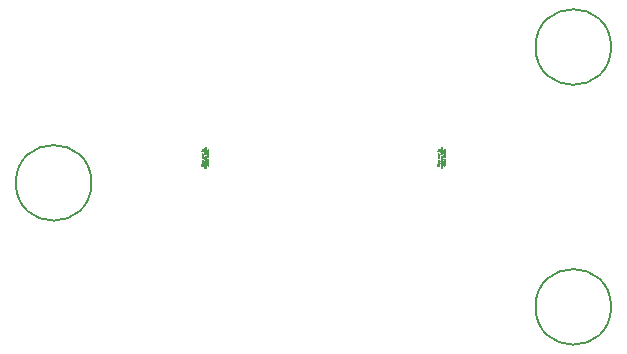
<source format=gbr>
G04 #@! TF.GenerationSoftware,KiCad,Pcbnew,6.0.9-8da3e8f707~116~ubuntu20.04.1*
G04 #@! TF.CreationDate,2023-05-05T17:22:20+00:00*
G04 #@! TF.ProjectId,LEC009002,4c454330-3039-4303-9032-2e6b69636164,rev?*
G04 #@! TF.SameCoordinates,Original*
G04 #@! TF.FileFunction,Other,Comment*
%FSLAX46Y46*%
G04 Gerber Fmt 4.6, Leading zero omitted, Abs format (unit mm)*
G04 Created by KiCad (PCBNEW 6.0.9-8da3e8f707~116~ubuntu20.04.1) date 2023-05-05 17:22:20*
%MOMM*%
%LPD*%
G01*
G04 APERTURE LIST*
%ADD10C,0.020000*%
%ADD11C,0.150000*%
G04 APERTURE END LIST*
D10*
G04 #@! TO.C,RV1*
X83476357Y-35600000D02*
X83626357Y-35564285D01*
X83519214Y-35535714D01*
X83626357Y-35507142D01*
X83476357Y-35471428D01*
X83626357Y-35414285D02*
X83526357Y-35414285D01*
X83476357Y-35414285D02*
X83483500Y-35421428D01*
X83490642Y-35414285D01*
X83483500Y-35407142D01*
X83476357Y-35414285D01*
X83490642Y-35414285D01*
X83526357Y-35342857D02*
X83676357Y-35342857D01*
X83533500Y-35342857D02*
X83526357Y-35328571D01*
X83526357Y-35300000D01*
X83533500Y-35285714D01*
X83540642Y-35278571D01*
X83554928Y-35271428D01*
X83597785Y-35271428D01*
X83612071Y-35278571D01*
X83619214Y-35285714D01*
X83626357Y-35300000D01*
X83626357Y-35328571D01*
X83619214Y-35342857D01*
X83619214Y-35150000D02*
X83626357Y-35164285D01*
X83626357Y-35192857D01*
X83619214Y-35207142D01*
X83604928Y-35214285D01*
X83547785Y-35214285D01*
X83533500Y-35207142D01*
X83526357Y-35192857D01*
X83526357Y-35164285D01*
X83533500Y-35150000D01*
X83547785Y-35142857D01*
X83562071Y-35142857D01*
X83576357Y-35214285D01*
X83626357Y-35078571D02*
X83526357Y-35078571D01*
X83554928Y-35078571D02*
X83540642Y-35071428D01*
X83533500Y-35064285D01*
X83526357Y-35050000D01*
X83526357Y-35035714D01*
X83626357Y-34871428D02*
X83526357Y-34871428D01*
X83540642Y-34871428D02*
X83533500Y-34864285D01*
X83526357Y-34850000D01*
X83526357Y-34828571D01*
X83533500Y-34814285D01*
X83547785Y-34807142D01*
X83626357Y-34807142D01*
X83547785Y-34807142D02*
X83533500Y-34800000D01*
X83526357Y-34785714D01*
X83526357Y-34764285D01*
X83533500Y-34750000D01*
X83547785Y-34742857D01*
X83626357Y-34742857D01*
X83626357Y-34607142D02*
X83547785Y-34607142D01*
X83533500Y-34614285D01*
X83526357Y-34628571D01*
X83526357Y-34657142D01*
X83533500Y-34671428D01*
X83619214Y-34607142D02*
X83626357Y-34621428D01*
X83626357Y-34657142D01*
X83619214Y-34671428D01*
X83604928Y-34678571D01*
X83590642Y-34678571D01*
X83576357Y-34671428D01*
X83569214Y-34657142D01*
X83569214Y-34621428D01*
X83562071Y-34607142D01*
X83526357Y-34550000D02*
X83626357Y-34514285D01*
X83526357Y-34478571D02*
X83626357Y-34514285D01*
X83662071Y-34528571D01*
X83669214Y-34535714D01*
X83676357Y-34550000D01*
X83626357Y-34307142D02*
X83476357Y-34307142D01*
X83533500Y-34307142D02*
X83526357Y-34292857D01*
X83526357Y-34264285D01*
X83533500Y-34250000D01*
X83540642Y-34242857D01*
X83554928Y-34235714D01*
X83597785Y-34235714D01*
X83612071Y-34242857D01*
X83619214Y-34250000D01*
X83626357Y-34264285D01*
X83626357Y-34292857D01*
X83619214Y-34307142D01*
X83619214Y-34114285D02*
X83626357Y-34128571D01*
X83626357Y-34157142D01*
X83619214Y-34171428D01*
X83604928Y-34178571D01*
X83547785Y-34178571D01*
X83533500Y-34171428D01*
X83526357Y-34157142D01*
X83526357Y-34128571D01*
X83533500Y-34114285D01*
X83547785Y-34107142D01*
X83562071Y-34107142D01*
X83576357Y-34178571D01*
X83867857Y-35650000D02*
X83789285Y-35650000D01*
X83775000Y-35657142D01*
X83767857Y-35671428D01*
X83767857Y-35700000D01*
X83775000Y-35714285D01*
X83860714Y-35650000D02*
X83867857Y-35664285D01*
X83867857Y-35700000D01*
X83860714Y-35714285D01*
X83846428Y-35721428D01*
X83832142Y-35721428D01*
X83817857Y-35714285D01*
X83810714Y-35700000D01*
X83810714Y-35664285D01*
X83803571Y-35650000D01*
X83767857Y-35578571D02*
X83867857Y-35578571D01*
X83782142Y-35578571D02*
X83775000Y-35571428D01*
X83767857Y-35557142D01*
X83767857Y-35535714D01*
X83775000Y-35521428D01*
X83789285Y-35514285D01*
X83867857Y-35514285D01*
X83767857Y-35457142D02*
X83867857Y-35421428D01*
X83767857Y-35385714D02*
X83867857Y-35421428D01*
X83903571Y-35435714D01*
X83910714Y-35442857D01*
X83917857Y-35457142D01*
X83767857Y-35342857D02*
X83867857Y-35314285D01*
X83796428Y-35285714D01*
X83867857Y-35257142D01*
X83767857Y-35228571D01*
X83867857Y-35171428D02*
X83717857Y-35171428D01*
X83867857Y-35107142D02*
X83789285Y-35107142D01*
X83775000Y-35114285D01*
X83767857Y-35128571D01*
X83767857Y-35150000D01*
X83775000Y-35164285D01*
X83782142Y-35171428D01*
X83860714Y-34978571D02*
X83867857Y-34992857D01*
X83867857Y-35021428D01*
X83860714Y-35035714D01*
X83846428Y-35042857D01*
X83789285Y-35042857D01*
X83775000Y-35035714D01*
X83767857Y-35021428D01*
X83767857Y-34992857D01*
X83775000Y-34978571D01*
X83789285Y-34971428D01*
X83803571Y-34971428D01*
X83817857Y-35042857D01*
X83867857Y-34907142D02*
X83767857Y-34907142D01*
X83796428Y-34907142D02*
X83782142Y-34900000D01*
X83775000Y-34892857D01*
X83767857Y-34878571D01*
X83767857Y-34864285D01*
X83860714Y-34757142D02*
X83867857Y-34771428D01*
X83867857Y-34800000D01*
X83860714Y-34814285D01*
X83846428Y-34821428D01*
X83789285Y-34821428D01*
X83775000Y-34814285D01*
X83767857Y-34800000D01*
X83767857Y-34771428D01*
X83775000Y-34757142D01*
X83789285Y-34750000D01*
X83803571Y-34750000D01*
X83817857Y-34821428D01*
X83767857Y-34585714D02*
X83867857Y-34557142D01*
X83796428Y-34528571D01*
X83867857Y-34500000D01*
X83767857Y-34471428D01*
X83867857Y-34414285D02*
X83767857Y-34414285D01*
X83717857Y-34414285D02*
X83725000Y-34421428D01*
X83732142Y-34414285D01*
X83725000Y-34407142D01*
X83717857Y-34414285D01*
X83732142Y-34414285D01*
X83767857Y-34364285D02*
X83767857Y-34307142D01*
X83717857Y-34342857D02*
X83846428Y-34342857D01*
X83860714Y-34335714D01*
X83867857Y-34321428D01*
X83867857Y-34307142D01*
X83867857Y-34257142D02*
X83717857Y-34257142D01*
X83867857Y-34192857D02*
X83789285Y-34192857D01*
X83775000Y-34200000D01*
X83767857Y-34214285D01*
X83767857Y-34235714D01*
X83775000Y-34250000D01*
X83782142Y-34257142D01*
X83867857Y-34121428D02*
X83767857Y-34121428D01*
X83717857Y-34121428D02*
X83725000Y-34128571D01*
X83732142Y-34121428D01*
X83725000Y-34114285D01*
X83717857Y-34121428D01*
X83732142Y-34121428D01*
X83767857Y-34050000D02*
X83867857Y-34050000D01*
X83782142Y-34050000D02*
X83775000Y-34042857D01*
X83767857Y-34028571D01*
X83767857Y-34007142D01*
X83775000Y-33992857D01*
X83789285Y-33985714D01*
X83867857Y-33985714D01*
X84102214Y-35464285D02*
X84109357Y-35478571D01*
X84109357Y-35507142D01*
X84102214Y-35521428D01*
X84095071Y-35528571D01*
X84080785Y-35535714D01*
X84037928Y-35535714D01*
X84023642Y-35528571D01*
X84016500Y-35521428D01*
X84009357Y-35507142D01*
X84009357Y-35478571D01*
X84016500Y-35464285D01*
X84109357Y-35400000D02*
X84009357Y-35400000D01*
X83959357Y-35400000D02*
X83966500Y-35407142D01*
X83973642Y-35400000D01*
X83966500Y-35392857D01*
X83959357Y-35400000D01*
X83973642Y-35400000D01*
X84109357Y-35328571D02*
X84009357Y-35328571D01*
X84037928Y-35328571D02*
X84023642Y-35321428D01*
X84016500Y-35314285D01*
X84009357Y-35300000D01*
X84009357Y-35285714D01*
X84102214Y-35171428D02*
X84109357Y-35185714D01*
X84109357Y-35214285D01*
X84102214Y-35228571D01*
X84095071Y-35235714D01*
X84080785Y-35242857D01*
X84037928Y-35242857D01*
X84023642Y-35235714D01*
X84016500Y-35228571D01*
X84009357Y-35214285D01*
X84009357Y-35185714D01*
X84016500Y-35171428D01*
X84109357Y-35085714D02*
X84102214Y-35100000D01*
X84087928Y-35107142D01*
X83959357Y-35107142D01*
X84102214Y-34971428D02*
X84109357Y-34985714D01*
X84109357Y-35014285D01*
X84102214Y-35028571D01*
X84087928Y-35035714D01*
X84030785Y-35035714D01*
X84016500Y-35028571D01*
X84009357Y-35014285D01*
X84009357Y-34985714D01*
X84016500Y-34971428D01*
X84030785Y-34964285D01*
X84045071Y-34964285D01*
X84059357Y-35035714D01*
X84102214Y-34792857D02*
X84109357Y-34778571D01*
X84109357Y-34750000D01*
X84102214Y-34735714D01*
X84087928Y-34728571D01*
X84080785Y-34728571D01*
X84066500Y-34735714D01*
X84059357Y-34750000D01*
X84059357Y-34771428D01*
X84052214Y-34785714D01*
X84037928Y-34792857D01*
X84030785Y-34792857D01*
X84016500Y-34785714D01*
X84009357Y-34771428D01*
X84009357Y-34750000D01*
X84016500Y-34735714D01*
X84109357Y-34664285D02*
X83959357Y-34664285D01*
X84109357Y-34600000D02*
X84030785Y-34600000D01*
X84016500Y-34607142D01*
X84009357Y-34621428D01*
X84009357Y-34642857D01*
X84016500Y-34657142D01*
X84023642Y-34664285D01*
X84109357Y-34507142D02*
X84102214Y-34521428D01*
X84095071Y-34528571D01*
X84080785Y-34535714D01*
X84037928Y-34535714D01*
X84023642Y-34528571D01*
X84016500Y-34521428D01*
X84009357Y-34507142D01*
X84009357Y-34485714D01*
X84016500Y-34471428D01*
X84023642Y-34464285D01*
X84037928Y-34457142D01*
X84080785Y-34457142D01*
X84095071Y-34464285D01*
X84102214Y-34471428D01*
X84109357Y-34485714D01*
X84109357Y-34507142D01*
X84009357Y-34407142D02*
X84109357Y-34378571D01*
X84037928Y-34350000D01*
X84109357Y-34321428D01*
X84009357Y-34292857D01*
X84009357Y-34235714D02*
X84109357Y-34235714D01*
X84023642Y-34235714D02*
X84016500Y-34228571D01*
X84009357Y-34214285D01*
X84009357Y-34192857D01*
X84016500Y-34178571D01*
X84030785Y-34171428D01*
X84109357Y-34171428D01*
G04 #@! TO.C,RV2*
X63476357Y-35600000D02*
X63626357Y-35564285D01*
X63519214Y-35535714D01*
X63626357Y-35507142D01*
X63476357Y-35471428D01*
X63626357Y-35414285D02*
X63526357Y-35414285D01*
X63476357Y-35414285D02*
X63483500Y-35421428D01*
X63490642Y-35414285D01*
X63483500Y-35407142D01*
X63476357Y-35414285D01*
X63490642Y-35414285D01*
X63526357Y-35342857D02*
X63676357Y-35342857D01*
X63533500Y-35342857D02*
X63526357Y-35328571D01*
X63526357Y-35300000D01*
X63533500Y-35285714D01*
X63540642Y-35278571D01*
X63554928Y-35271428D01*
X63597785Y-35271428D01*
X63612071Y-35278571D01*
X63619214Y-35285714D01*
X63626357Y-35300000D01*
X63626357Y-35328571D01*
X63619214Y-35342857D01*
X63619214Y-35150000D02*
X63626357Y-35164285D01*
X63626357Y-35192857D01*
X63619214Y-35207142D01*
X63604928Y-35214285D01*
X63547785Y-35214285D01*
X63533500Y-35207142D01*
X63526357Y-35192857D01*
X63526357Y-35164285D01*
X63533500Y-35150000D01*
X63547785Y-35142857D01*
X63562071Y-35142857D01*
X63576357Y-35214285D01*
X63626357Y-35078571D02*
X63526357Y-35078571D01*
X63554928Y-35078571D02*
X63540642Y-35071428D01*
X63533500Y-35064285D01*
X63526357Y-35050000D01*
X63526357Y-35035714D01*
X63626357Y-34871428D02*
X63526357Y-34871428D01*
X63540642Y-34871428D02*
X63533500Y-34864285D01*
X63526357Y-34850000D01*
X63526357Y-34828571D01*
X63533500Y-34814285D01*
X63547785Y-34807142D01*
X63626357Y-34807142D01*
X63547785Y-34807142D02*
X63533500Y-34800000D01*
X63526357Y-34785714D01*
X63526357Y-34764285D01*
X63533500Y-34750000D01*
X63547785Y-34742857D01*
X63626357Y-34742857D01*
X63626357Y-34607142D02*
X63547785Y-34607142D01*
X63533500Y-34614285D01*
X63526357Y-34628571D01*
X63526357Y-34657142D01*
X63533500Y-34671428D01*
X63619214Y-34607142D02*
X63626357Y-34621428D01*
X63626357Y-34657142D01*
X63619214Y-34671428D01*
X63604928Y-34678571D01*
X63590642Y-34678571D01*
X63576357Y-34671428D01*
X63569214Y-34657142D01*
X63569214Y-34621428D01*
X63562071Y-34607142D01*
X63526357Y-34550000D02*
X63626357Y-34514285D01*
X63526357Y-34478571D02*
X63626357Y-34514285D01*
X63662071Y-34528571D01*
X63669214Y-34535714D01*
X63676357Y-34550000D01*
X63626357Y-34307142D02*
X63476357Y-34307142D01*
X63533500Y-34307142D02*
X63526357Y-34292857D01*
X63526357Y-34264285D01*
X63533500Y-34250000D01*
X63540642Y-34242857D01*
X63554928Y-34235714D01*
X63597785Y-34235714D01*
X63612071Y-34242857D01*
X63619214Y-34250000D01*
X63626357Y-34264285D01*
X63626357Y-34292857D01*
X63619214Y-34307142D01*
X63619214Y-34114285D02*
X63626357Y-34128571D01*
X63626357Y-34157142D01*
X63619214Y-34171428D01*
X63604928Y-34178571D01*
X63547785Y-34178571D01*
X63533500Y-34171428D01*
X63526357Y-34157142D01*
X63526357Y-34128571D01*
X63533500Y-34114285D01*
X63547785Y-34107142D01*
X63562071Y-34107142D01*
X63576357Y-34178571D01*
X63867857Y-35650000D02*
X63789285Y-35650000D01*
X63775000Y-35657142D01*
X63767857Y-35671428D01*
X63767857Y-35700000D01*
X63775000Y-35714285D01*
X63860714Y-35650000D02*
X63867857Y-35664285D01*
X63867857Y-35700000D01*
X63860714Y-35714285D01*
X63846428Y-35721428D01*
X63832142Y-35721428D01*
X63817857Y-35714285D01*
X63810714Y-35700000D01*
X63810714Y-35664285D01*
X63803571Y-35650000D01*
X63767857Y-35578571D02*
X63867857Y-35578571D01*
X63782142Y-35578571D02*
X63775000Y-35571428D01*
X63767857Y-35557142D01*
X63767857Y-35535714D01*
X63775000Y-35521428D01*
X63789285Y-35514285D01*
X63867857Y-35514285D01*
X63767857Y-35457142D02*
X63867857Y-35421428D01*
X63767857Y-35385714D02*
X63867857Y-35421428D01*
X63903571Y-35435714D01*
X63910714Y-35442857D01*
X63917857Y-35457142D01*
X63767857Y-35342857D02*
X63867857Y-35314285D01*
X63796428Y-35285714D01*
X63867857Y-35257142D01*
X63767857Y-35228571D01*
X63867857Y-35171428D02*
X63717857Y-35171428D01*
X63867857Y-35107142D02*
X63789285Y-35107142D01*
X63775000Y-35114285D01*
X63767857Y-35128571D01*
X63767857Y-35150000D01*
X63775000Y-35164285D01*
X63782142Y-35171428D01*
X63860714Y-34978571D02*
X63867857Y-34992857D01*
X63867857Y-35021428D01*
X63860714Y-35035714D01*
X63846428Y-35042857D01*
X63789285Y-35042857D01*
X63775000Y-35035714D01*
X63767857Y-35021428D01*
X63767857Y-34992857D01*
X63775000Y-34978571D01*
X63789285Y-34971428D01*
X63803571Y-34971428D01*
X63817857Y-35042857D01*
X63867857Y-34907142D02*
X63767857Y-34907142D01*
X63796428Y-34907142D02*
X63782142Y-34900000D01*
X63775000Y-34892857D01*
X63767857Y-34878571D01*
X63767857Y-34864285D01*
X63860714Y-34757142D02*
X63867857Y-34771428D01*
X63867857Y-34800000D01*
X63860714Y-34814285D01*
X63846428Y-34821428D01*
X63789285Y-34821428D01*
X63775000Y-34814285D01*
X63767857Y-34800000D01*
X63767857Y-34771428D01*
X63775000Y-34757142D01*
X63789285Y-34750000D01*
X63803571Y-34750000D01*
X63817857Y-34821428D01*
X63767857Y-34585714D02*
X63867857Y-34557142D01*
X63796428Y-34528571D01*
X63867857Y-34500000D01*
X63767857Y-34471428D01*
X63867857Y-34414285D02*
X63767857Y-34414285D01*
X63717857Y-34414285D02*
X63725000Y-34421428D01*
X63732142Y-34414285D01*
X63725000Y-34407142D01*
X63717857Y-34414285D01*
X63732142Y-34414285D01*
X63767857Y-34364285D02*
X63767857Y-34307142D01*
X63717857Y-34342857D02*
X63846428Y-34342857D01*
X63860714Y-34335714D01*
X63867857Y-34321428D01*
X63867857Y-34307142D01*
X63867857Y-34257142D02*
X63717857Y-34257142D01*
X63867857Y-34192857D02*
X63789285Y-34192857D01*
X63775000Y-34200000D01*
X63767857Y-34214285D01*
X63767857Y-34235714D01*
X63775000Y-34250000D01*
X63782142Y-34257142D01*
X63867857Y-34121428D02*
X63767857Y-34121428D01*
X63717857Y-34121428D02*
X63725000Y-34128571D01*
X63732142Y-34121428D01*
X63725000Y-34114285D01*
X63717857Y-34121428D01*
X63732142Y-34121428D01*
X63767857Y-34050000D02*
X63867857Y-34050000D01*
X63782142Y-34050000D02*
X63775000Y-34042857D01*
X63767857Y-34028571D01*
X63767857Y-34007142D01*
X63775000Y-33992857D01*
X63789285Y-33985714D01*
X63867857Y-33985714D01*
X64102214Y-35464285D02*
X64109357Y-35478571D01*
X64109357Y-35507142D01*
X64102214Y-35521428D01*
X64095071Y-35528571D01*
X64080785Y-35535714D01*
X64037928Y-35535714D01*
X64023642Y-35528571D01*
X64016500Y-35521428D01*
X64009357Y-35507142D01*
X64009357Y-35478571D01*
X64016500Y-35464285D01*
X64109357Y-35400000D02*
X64009357Y-35400000D01*
X63959357Y-35400000D02*
X63966500Y-35407142D01*
X63973642Y-35400000D01*
X63966500Y-35392857D01*
X63959357Y-35400000D01*
X63973642Y-35400000D01*
X64109357Y-35328571D02*
X64009357Y-35328571D01*
X64037928Y-35328571D02*
X64023642Y-35321428D01*
X64016500Y-35314285D01*
X64009357Y-35300000D01*
X64009357Y-35285714D01*
X64102214Y-35171428D02*
X64109357Y-35185714D01*
X64109357Y-35214285D01*
X64102214Y-35228571D01*
X64095071Y-35235714D01*
X64080785Y-35242857D01*
X64037928Y-35242857D01*
X64023642Y-35235714D01*
X64016500Y-35228571D01*
X64009357Y-35214285D01*
X64009357Y-35185714D01*
X64016500Y-35171428D01*
X64109357Y-35085714D02*
X64102214Y-35100000D01*
X64087928Y-35107142D01*
X63959357Y-35107142D01*
X64102214Y-34971428D02*
X64109357Y-34985714D01*
X64109357Y-35014285D01*
X64102214Y-35028571D01*
X64087928Y-35035714D01*
X64030785Y-35035714D01*
X64016500Y-35028571D01*
X64009357Y-35014285D01*
X64009357Y-34985714D01*
X64016500Y-34971428D01*
X64030785Y-34964285D01*
X64045071Y-34964285D01*
X64059357Y-35035714D01*
X64102214Y-34792857D02*
X64109357Y-34778571D01*
X64109357Y-34750000D01*
X64102214Y-34735714D01*
X64087928Y-34728571D01*
X64080785Y-34728571D01*
X64066500Y-34735714D01*
X64059357Y-34750000D01*
X64059357Y-34771428D01*
X64052214Y-34785714D01*
X64037928Y-34792857D01*
X64030785Y-34792857D01*
X64016500Y-34785714D01*
X64009357Y-34771428D01*
X64009357Y-34750000D01*
X64016500Y-34735714D01*
X64109357Y-34664285D02*
X63959357Y-34664285D01*
X64109357Y-34600000D02*
X64030785Y-34600000D01*
X64016500Y-34607142D01*
X64009357Y-34621428D01*
X64009357Y-34642857D01*
X64016500Y-34657142D01*
X64023642Y-34664285D01*
X64109357Y-34507142D02*
X64102214Y-34521428D01*
X64095071Y-34528571D01*
X64080785Y-34535714D01*
X64037928Y-34535714D01*
X64023642Y-34528571D01*
X64016500Y-34521428D01*
X64009357Y-34507142D01*
X64009357Y-34485714D01*
X64016500Y-34471428D01*
X64023642Y-34464285D01*
X64037928Y-34457142D01*
X64080785Y-34457142D01*
X64095071Y-34464285D01*
X64102214Y-34471428D01*
X64109357Y-34485714D01*
X64109357Y-34507142D01*
X64009357Y-34407142D02*
X64109357Y-34378571D01*
X64037928Y-34350000D01*
X64109357Y-34321428D01*
X64009357Y-34292857D01*
X64009357Y-34235714D02*
X64109357Y-34235714D01*
X64023642Y-34235714D02*
X64016500Y-34228571D01*
X64009357Y-34214285D01*
X64009357Y-34192857D01*
X64016500Y-34178571D01*
X64030785Y-34171428D01*
X64109357Y-34171428D01*
D11*
G04 #@! TO.C,H1*
X98200000Y-25500000D02*
G75*
G03*
X98200000Y-25500000I-3200000J0D01*
G01*
G04 #@! TO.C,H2*
X98200000Y-47500000D02*
G75*
G03*
X98200000Y-47500000I-3200000J0D01*
G01*
G04 #@! TO.C,H3*
X54200000Y-37000000D02*
G75*
G03*
X54200000Y-37000000I-3200000J0D01*
G01*
G04 #@! TD*
M02*

</source>
